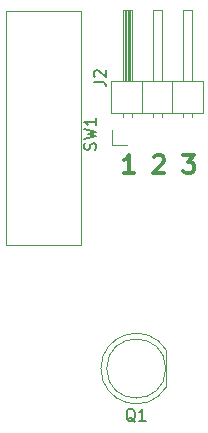
<source format=gto>
G04 #@! TF.GenerationSoftware,KiCad,Pcbnew,5.1.12-84ad8e8a86~92~ubuntu20.04.1*
G04 #@! TF.CreationDate,2021-12-10T15:37:16+09:00*
G04 #@! TF.ProjectId,Key_checker,4b65795f-6368-4656-936b-65722e6b6963,rev?*
G04 #@! TF.SameCoordinates,Original*
G04 #@! TF.FileFunction,Legend,Top*
G04 #@! TF.FilePolarity,Positive*
%FSLAX46Y46*%
G04 Gerber Fmt 4.6, Leading zero omitted, Abs format (unit mm)*
G04 Created by KiCad (PCBNEW 5.1.12-84ad8e8a86~92~ubuntu20.04.1) date 2021-12-10 15:37:16*
%MOMM*%
%LPD*%
G01*
G04 APERTURE LIST*
%ADD10C,0.300000*%
%ADD11C,0.120000*%
%ADD12C,0.150000*%
G04 APERTURE END LIST*
D10*
X176665000Y-46803571D02*
X177593571Y-46803571D01*
X177093571Y-47375000D01*
X177307857Y-47375000D01*
X177450714Y-47446428D01*
X177522142Y-47517857D01*
X177593571Y-47660714D01*
X177593571Y-48017857D01*
X177522142Y-48160714D01*
X177450714Y-48232142D01*
X177307857Y-48303571D01*
X176879285Y-48303571D01*
X176736428Y-48232142D01*
X176665000Y-48160714D01*
X174196428Y-46946428D02*
X174267857Y-46875000D01*
X174410714Y-46803571D01*
X174767857Y-46803571D01*
X174910714Y-46875000D01*
X174982142Y-46946428D01*
X175053571Y-47089285D01*
X175053571Y-47232142D01*
X174982142Y-47446428D01*
X174125000Y-48303571D01*
X175053571Y-48303571D01*
X172513571Y-48303571D02*
X171656428Y-48303571D01*
X172085000Y-48303571D02*
X172085000Y-46803571D01*
X171942142Y-47017857D01*
X171799285Y-47160714D01*
X171656428Y-47232142D01*
D11*
X168030000Y-54420000D02*
X168030000Y-34620000D01*
X168030000Y-54420000D02*
X161630000Y-54420000D01*
X161630000Y-54420000D02*
X161630000Y-34620000D01*
X161630000Y-34620000D02*
X168030000Y-34620000D01*
X170580000Y-43215000D02*
X178320000Y-43215000D01*
X178320000Y-43215000D02*
X178320000Y-40555000D01*
X178320000Y-40555000D02*
X170580000Y-40555000D01*
X170580000Y-40555000D02*
X170580000Y-43215000D01*
X171530000Y-40555000D02*
X171530000Y-34555000D01*
X171530000Y-34555000D02*
X172290000Y-34555000D01*
X172290000Y-34555000D02*
X172290000Y-40555000D01*
X171590000Y-40555000D02*
X171590000Y-34555000D01*
X171710000Y-40555000D02*
X171710000Y-34555000D01*
X171830000Y-40555000D02*
X171830000Y-34555000D01*
X171950000Y-40555000D02*
X171950000Y-34555000D01*
X172070000Y-40555000D02*
X172070000Y-34555000D01*
X172190000Y-40555000D02*
X172190000Y-34555000D01*
X171530000Y-43545000D02*
X171530000Y-43215000D01*
X172290000Y-43545000D02*
X172290000Y-43215000D01*
X173180000Y-43215000D02*
X173180000Y-40555000D01*
X174070000Y-40555000D02*
X174070000Y-34555000D01*
X174070000Y-34555000D02*
X174830000Y-34555000D01*
X174830000Y-34555000D02*
X174830000Y-40555000D01*
X174070000Y-43612071D02*
X174070000Y-43215000D01*
X174830000Y-43612071D02*
X174830000Y-43215000D01*
X175720000Y-43215000D02*
X175720000Y-40555000D01*
X176610000Y-40555000D02*
X176610000Y-34555000D01*
X176610000Y-34555000D02*
X177370000Y-34555000D01*
X177370000Y-34555000D02*
X177370000Y-40555000D01*
X176610000Y-43612071D02*
X176610000Y-43215000D01*
X177370000Y-43612071D02*
X177370000Y-43215000D01*
X171910000Y-45925000D02*
X170640000Y-45925000D01*
X170640000Y-45925000D02*
X170640000Y-44655000D01*
X175180000Y-64870000D02*
G75*
G03*
X175180000Y-64870000I-2500000J0D01*
G01*
X175240000Y-66415000D02*
X175240000Y-63325000D01*
X169690000Y-64869538D02*
G75*
G03*
X175240000Y-66414830I2990000J-462D01*
G01*
X169690000Y-64870462D02*
G75*
G02*
X175240000Y-63325170I2990000J462D01*
G01*
D12*
X169234761Y-46353333D02*
X169282380Y-46210476D01*
X169282380Y-45972380D01*
X169234761Y-45877142D01*
X169187142Y-45829523D01*
X169091904Y-45781904D01*
X168996666Y-45781904D01*
X168901428Y-45829523D01*
X168853809Y-45877142D01*
X168806190Y-45972380D01*
X168758571Y-46162857D01*
X168710952Y-46258095D01*
X168663333Y-46305714D01*
X168568095Y-46353333D01*
X168472857Y-46353333D01*
X168377619Y-46305714D01*
X168330000Y-46258095D01*
X168282380Y-46162857D01*
X168282380Y-45924761D01*
X168330000Y-45781904D01*
X168282380Y-45448571D02*
X169282380Y-45210476D01*
X168568095Y-45020000D01*
X169282380Y-44829523D01*
X168282380Y-44591428D01*
X169282380Y-43686666D02*
X169282380Y-44258095D01*
X169282380Y-43972380D02*
X168282380Y-43972380D01*
X168425238Y-44067619D01*
X168520476Y-44162857D01*
X168568095Y-44258095D01*
X169092380Y-40603333D02*
X169806666Y-40603333D01*
X169949523Y-40650952D01*
X170044761Y-40746190D01*
X170092380Y-40889047D01*
X170092380Y-40984285D01*
X169187619Y-40174761D02*
X169140000Y-40127142D01*
X169092380Y-40031904D01*
X169092380Y-39793809D01*
X169140000Y-39698571D01*
X169187619Y-39650952D01*
X169282857Y-39603333D01*
X169378095Y-39603333D01*
X169520952Y-39650952D01*
X170092380Y-40222380D01*
X170092380Y-39603333D01*
X172584761Y-69377619D02*
X172489523Y-69330000D01*
X172394285Y-69234761D01*
X172251428Y-69091904D01*
X172156190Y-69044285D01*
X172060952Y-69044285D01*
X172108571Y-69282380D02*
X172013333Y-69234761D01*
X171918095Y-69139523D01*
X171870476Y-68949047D01*
X171870476Y-68615714D01*
X171918095Y-68425238D01*
X172013333Y-68330000D01*
X172108571Y-68282380D01*
X172299047Y-68282380D01*
X172394285Y-68330000D01*
X172489523Y-68425238D01*
X172537142Y-68615714D01*
X172537142Y-68949047D01*
X172489523Y-69139523D01*
X172394285Y-69234761D01*
X172299047Y-69282380D01*
X172108571Y-69282380D01*
X173489523Y-69282380D02*
X172918095Y-69282380D01*
X173203809Y-69282380D02*
X173203809Y-68282380D01*
X173108571Y-68425238D01*
X173013333Y-68520476D01*
X172918095Y-68568095D01*
M02*

</source>
